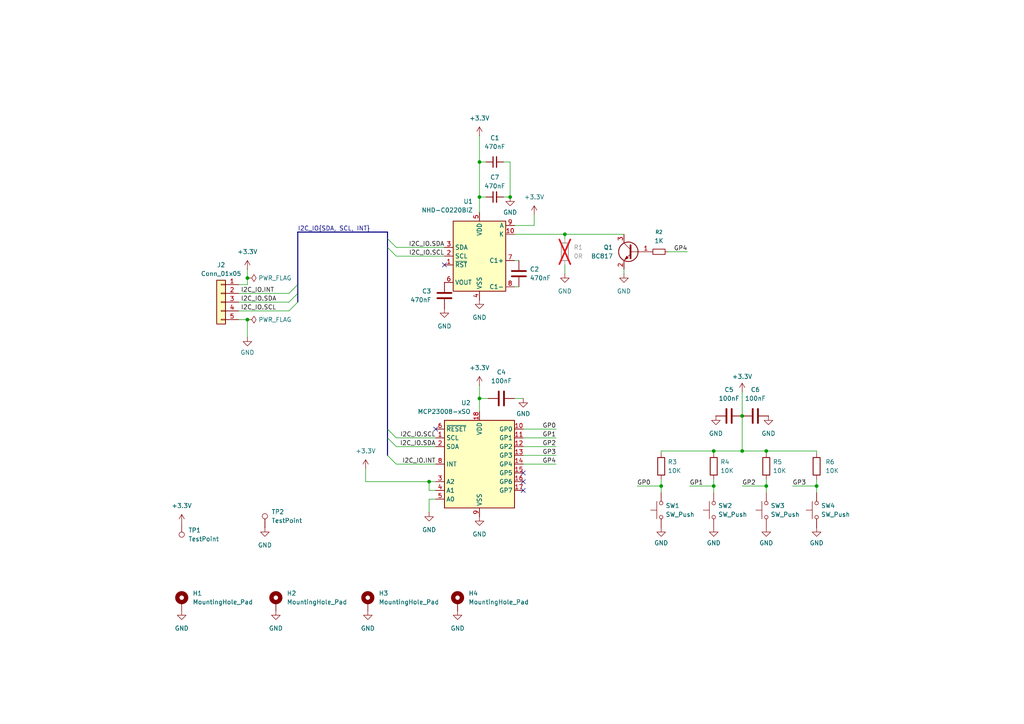
<source format=kicad_sch>
(kicad_sch (version 20250114) (generator "eeschema") (generator_version "9.0")
  (paper "A4")
  (title_block (title "Front panel") (date "2026-01-10") (rev "1.0"))
  (lib_symbols
    (symbol "Connector:TestPoint" (pin_numbers (hide yes)) (pin_names (offset 0.762) (hide yes))
      (property "Reference" "TP" (at 0 6.858 0))
      (property "Value" "TestPoint" (at 0 5.08 0))
      (symbol "TestPoint_0_1"
        (circle (center 0 3.302) (radius 0.762))
      )
      (symbol "TestPoint_1_1"
        (pin passive line (at 0 0 90) (length 2.54) (name "1") (number "1"))
      )
    )
    (symbol "Connector_Generic:Conn_01x05" (pin_names (offset 1.016) (hide yes))
      (property "Reference" "J" (at 0 7.62 0))
      (property "Value" "Conn_01x05" (at 0 -7.62 0))
      (symbol "Conn_01x05_1_1"
        (rectangle (start -1.27 6.35) (end 1.27 -6.35) (stroke (width 0.254)) (fill (type background)))
        (rectangle (start -1.27 5.207) (end 0 4.953) (stroke (width 0.1524)))
        (rectangle (start -1.27 2.667) (end 0 2.413) (stroke (width 0.1524)))
        (rectangle (start -1.27 0.127) (end 0 -0.127) (stroke (width 0.1524)))
        (rectangle (start -1.27 -2.413) (end 0 -2.667) (stroke (width 0.1524)))
        (rectangle (start -1.27 -4.953) (end 0 -5.207) (stroke (width 0.1524)))
        (pin passive line (at -5.08 5.08 0) (length 3.81) (name "Pin_1") (number "1"))
        (pin passive line (at -5.08 2.54 0) (length 3.81) (name "Pin_2") (number "2"))
        (pin passive line (at -5.08 0 0) (length 3.81) (name "Pin_3") (number "3"))
        (pin passive line (at -5.08 -2.54 0) (length 3.81) (name "Pin_4") (number "4"))
        (pin passive line (at -5.08 -5.08 0) (length 3.81) (name "Pin_5") (number "5"))
      )
    )
    (symbol "Device:C" (pin_numbers (hide yes)) (pin_names (offset 0.254))
      (property "Reference" "C" (at 0.635 2.54 0))
      (property "Value" "C" (at 0.635 -2.54 0))
      (symbol "C_0_1"
        (polyline (pts (xy -2.032 0.762) (xy 2.032 0.762)) (stroke (width 0.508)))
        (polyline (pts (xy -2.032 -0.762) (xy 2.032 -0.762)) (stroke (width 0.508)))
      )
      (symbol "C_1_1"
        (pin passive line (at 0 3.81 270) (length 2.794) (name "~") (number "1"))
        (pin passive line (at 0 -3.81 90) (length 2.794) (name "~") (number "2"))
      )
    )
    (symbol "Device:C_Small" (pin_numbers (hide yes)) (pin_names (offset 0.254) (hide yes))
      (property "Reference" "C" (at 0.254 1.778 0))
      (property "Value" "C_Small" (at 0.254 -2.032 0))
      (symbol "C_Small_0_1"
        (polyline (pts (xy -1.524 0.508) (xy 1.524 0.508)) (stroke (width 0.3048)))
        (polyline (pts (xy -1.524 -0.508) (xy 1.524 -0.508)) (stroke (width 0.3302)))
      )
      (symbol "C_Small_1_1"
        (pin passive line (at 0 2.54 270) (length 2.032) (name "~") (number "1"))
        (pin passive line (at 0 -2.54 90) (length 2.032) (name "~") (number "2"))
      )
    )
    (symbol "Device:R" (pin_numbers (hide yes)) (pin_names (offset 0))
      (property "Reference" "R" (at 2.032 0 90))
      (property "Value" "R" (at 0 0 90))
      (symbol "R_0_1"
        (rectangle (start -1.016 -2.54) (end 1.016 2.54) (stroke (width 0.254)))
      )
      (symbol "R_1_1"
        (pin passive line (at 0 3.81 270) (length 1.27) (name "~") (number "1"))
        (pin passive line (at 0 -3.81 90) (length 1.27) (name "~") (number "2"))
      )
    )
    (symbol "Device:R_Small" (pin_numbers (hide yes)) (pin_names (offset 0.254) (hide yes))
      (property "Reference" "R" (at 0 0 90))
      (property "Value" "R_Small" (at 1.778 0 90))
      (symbol "R_Small_0_1"
        (rectangle (start -0.762 1.778) (end 0.762 -1.778) (stroke (width 0.2032)))
      )
      (symbol "R_Small_1_1"
        (pin passive line (at 0 2.54 270) (length 0.762) (name "~") (number "1"))
        (pin passive line (at 0 -2.54 90) (length 0.762) (name "~") (number "2"))
      )
    )
    (symbol "Display_Character:NHD-C0220BIZ"
      (property "Reference" "U9" (at 2.1433 15.24 0))
      (property "Value" "NHD-C0220BIZ" (at 2.1433 12.7 0))
      (symbol "NHD-C0220BIZ_0_1"
        (rectangle (start -7.62 10.16) (end 7.62 -10.16) (stroke (width 0.254)) (fill (type background)))
      )
      (symbol "NHD-C0220BIZ_1_1"
        (pin bidirectional line (at -10.16 2.54 0) (length 2.54) (name "SDA") (number "3"))
        (pin input line (at -10.16 0 0) (length 2.54) (name "SCL") (number "2"))
        (pin input line (at -10.16 -2.54 0) (length 2.54) (name "~{RST}") (number "1"))
        (pin passive line (at -10.16 -7.62 0) (length 2.54) (name "VOUT") (number "6"))
        (pin power_in line (at 0 12.7 270) (length 2.54) (name "VDD") (number "5"))
        (pin power_in line (at 0 -12.7 90) (length 2.54) (name "VSS") (number "4"))
        (pin passive line (at 10.16 8.89 180) (length 2.54) (name "A") (number "9"))
        (pin passive line (at 10.16 6.35 180) (length 2.54) (name "K") (number "10"))
        (pin passive line (at 10.16 -1.27 180) (length 2.54) (name "C1+") (number "7"))
        (pin passive line (at 10.16 -8.89 180) (length 2.54) (name "C1-") (number "8"))
      )
    )
    (symbol "Interface_Expansion:MCP23008-xSO"
      (property "Reference" "U" (at -8.89 13.97 0))
      (property "Value" "MCP23008-xSO" (at 8.89 13.97 0))
      (symbol "MCP23008-xSO_0_1"
        (rectangle (start -10.16 12.7) (end 10.16 -12.7) (stroke (width 0.254)) (fill (type background)))
      )
      (symbol "MCP23008-xSO_1_1"
        (pin input line (at -12.7 10.16 0) (length 2.54) (name "~{RESET}") (number "6"))
        (pin input line (at -12.7 7.62 0) (length 2.54) (name "SCL") (number "1"))
        (pin bidirectional line (at -12.7 5.08 0) (length 2.54) (name "SDA") (number "2"))
        (pin output line (at -12.7 0 0) (length 2.54) (name "INT") (number "8"))
        (pin input line (at -12.7 -5.08 0) (length 2.54) (name "A2") (number "3"))
        (pin input line (at -12.7 -7.62 0) (length 2.54) (name "A1") (number "4"))
        (pin input line (at -12.7 -10.16 0) (length 2.54) (name "A0") (number "5"))
        (pin no_connect line (at -10.16 -2.54 0) (length 2.54) (hide yes) (name "NC") (number "7"))
        (pin power_in line (at 0 15.24 270) (length 2.54) (name "VDD") (number "18"))
        (pin power_in line (at 0 -15.24 90) (length 2.54) (name "VSS") (number "9"))
        (pin bidirectional line (at 12.7 10.16 180) (length 2.54) (name "GP0") (number "10"))
        (pin bidirectional line (at 12.7 7.62 180) (length 2.54) (name "GP1") (number "11"))
        (pin bidirectional line (at 12.7 5.08 180) (length 2.54) (name "GP2") (number "12"))
        (pin bidirectional line (at 12.7 2.54 180) (length 2.54) (name "GP3") (number "13"))
        (pin bidirectional line (at 12.7 0 180) (length 2.54) (name "GP4") (number "14"))
        (pin bidirectional line (at 12.7 -2.54 180) (length 2.54) (name "GP5") (number "15"))
        (pin bidirectional line (at 12.7 -5.08 180) (length 2.54) (name "GP6") (number "16"))
        (pin bidirectional line (at 12.7 -7.62 180) (length 2.54) (name "GP7") (number "17"))
      )
    )
    (symbol "Mechanical:MountingHole_Pad" (pin_numbers (hide yes)) (pin_names (offset 1.016) (hide yes)) (in_bom no)
      (property "Reference" "H" (at 0 6.35 0))
      (property "Value" "MountingHole_Pad" (at 0 4.445 0))
      (symbol "MountingHole_Pad_0_1"
        (circle (center 0 1.27) (radius 1.27) (stroke (width 1.27)))
      )
      (symbol "MountingHole_Pad_1_1"
        (pin input line (at 0 -2.54 90) (length 2.54) (name "1") (number "1"))
      )
    )
    (symbol "Switch:SW_Push" (pin_numbers (hide yes)) (pin_names (offset 1.016) (hide yes))
      (property "Reference" "SW" (at 1.27 2.54 0))
      (property "Value" "SW_Push" (at 0 -1.524 0))
      (symbol "SW_Push_0_1"
        (circle (center -2.032 0) (radius 0.508))
        (polyline (pts (xy 0 1.27) (xy 0 3.048)))
        (circle (center 2.032 0) (radius 0.508))
        (polyline (pts (xy 2.54 1.27) (xy -2.54 1.27)))
        (pin passive line (at -5.08 0 0) (length 2.54) (name "1") (number "1"))
        (pin passive line (at 5.08 0 180) (length 2.54) (name "2") (number "2"))
      )
    )
    (symbol "Transistor_BJT:BC817" (pin_names (offset 0) (hide yes))
      (property "Reference" "Q" (at 5.08 1.905 0))
      (property "Value" "BC817" (at 5.08 0 0))
      (symbol "BC817_0_1"
        (polyline (pts (xy -2.54 0) (xy 0.635 0)))
        (polyline (pts (xy 0.635 1.905) (xy 0.635 -1.905)) (stroke (width 0.508)))
        (circle (center 1.27 0) (radius 2.8194) (stroke (width 0.254)))
      )
      (symbol "BC817_1_1"
        (polyline (pts (xy 0.635 0.635) (xy 2.54 2.54)))
        (polyline (pts (xy 0.635 -0.635) (xy 2.54 -2.54)))
        (polyline (pts (xy 1.27 -1.778) (xy 1.778 -1.27) (xy 2.286 -2.286) (xy 1.27 -1.778)) (fill (type outline)))
        (pin input line (at -5.08 0 0) (length 2.54) (name "B") (number "1"))
        (pin passive line (at 2.54 5.08 270) (length 2.54) (name "C") (number "3"))
        (pin passive line (at 2.54 -5.08 90) (length 2.54) (name "E") (number "2"))
      )
    )
    (symbol "power:+3.3V" (power) (pin_numbers (hide yes)) (pin_names (offset 0) (hide yes))
      (property "Value" "+3.3V" (at 0 3.556 0))
      (symbol "+3.3V_0_1"
        (polyline (pts (xy -0.762 1.27) (xy 0 2.54)))
        (polyline (pts (xy 0 2.54) (xy 0.762 1.27)))
        (polyline (pts (xy 0 0) (xy 0 2.54)))
      )
      (symbol "+3.3V_1_1"
        (pin power_in line (at 0 0 90) (length 0) (name "~") (number "1"))
      )
    )
    (symbol "power:GND" (power) (pin_numbers (hide yes)) (pin_names (offset 0) (hide yes))
      (property "Value" "GND" (at 0 -3.81 0))
      (symbol "GND_0_1"
        (polyline (pts (xy 0 0) (xy 0 -1.27) (xy 1.27 -1.27) (xy 0 -2.54) (xy -1.27 -1.27) (xy 0 -1.27)))
      )
      (symbol "GND_1_1"
        (pin power_in line (at 0 0 270) (length 0) (name "~") (number "1"))
      )
    )
    (symbol "power:PWR_FLAG" (power) (pin_numbers (hide yes)) (pin_names (offset 0) (hide yes))
      (property "Value" "PWR_FLAG" (at 0 3.81 0))
      (symbol "PWR_FLAG_0_0"
        (pin power_out line (at 0 0 90) (length 0) (name "~") (number "1"))
      )
      (symbol "PWR_FLAG_0_1"
        (polyline (pts (xy 0 0) (xy 0 1.27) (xy -1.016 1.905) (xy 0 2.54) (xy 1.016 1.905) (xy 0 1.27)))
      )
    )
  )
  (junction (at 236.855 140.97))
  (junction (at 215.265 120.65))
  (junction (at 222.25 140.97))
  (junction (at 139.065 46.99))
  (junction (at 124.46 139.7))
  (junction (at 222.25 130.81))
  (junction (at 191.77 140.97))
  (junction (at 139.065 57.15))
  (junction (at 71.755 80.645))
  (junction (at 207.01 130.81))
  (junction (at 207.01 140.97))
  (junction (at 163.83 67.945))
  (junction (at 139.065 115.57))
  (junction (at 71.755 92.71))
  (junction (at 147.955 57.15))
  (junction (at 215.265 130.81))
  (no_connect (at 151.765 139.7))
  (no_connect (at 128.905 76.835))
  (no_connect (at 151.765 142.24))
  (no_connect (at 126.365 124.46))
  (no_connect (at 151.765 137.16))
  (bus_entry (at 86.36 87.63) (size -2.54 2.54))
  (bus_entry (at 112.395 69.215) (size 2.54 2.54))
  (bus_entry (at 112.395 132.08) (size 2.54 2.54))
  (bus_entry (at 86.36 85.09) (size -2.54 2.54))
  (bus_entry (at 86.36 82.55) (size -2.54 2.54))
  (bus_entry (at 112.395 71.755) (size 2.54 2.54))
  (bus_entry (at 112.395 127) (size 2.54 2.54))
  (bus_entry (at 112.395 124.46) (size 2.54 2.54))
  (bus (pts (xy 86.36 85.09) (xy 86.36 87.63)))
  (wire (pts (xy 191.77 131.445) (xy 191.77 130.81)))
  (wire (pts (xy 236.855 142.875) (xy 236.855 140.97)))
  (wire (pts (xy 124.46 139.7) (xy 124.46 142.24)))
  (wire (pts (xy 114.935 74.295) (xy 128.905 74.295)))
  (wire (pts (xy 69.215 90.17) (xy 83.82 90.17)))
  (wire (pts (xy 151.765 132.08) (xy 161.29 132.08)))
  (wire (pts (xy 126.365 142.24) (xy 124.46 142.24)))
  (wire (pts (xy 69.215 85.09) (xy 83.82 85.09)))
  (wire (pts (xy 139.065 39.37) (xy 139.065 46.99)))
  (bus (pts (xy 112.395 71.755) (xy 112.395 124.46)))
  (wire (pts (xy 229.87 140.97) (xy 236.855 140.97)))
  (wire (pts (xy 215.265 130.81) (xy 222.25 130.81)))
  (wire (pts (xy 236.855 131.445) (xy 236.855 130.81)))
  (bus (pts (xy 112.395 127) (xy 112.395 132.08)))
  (wire (pts (xy 106.045 139.7) (xy 124.46 139.7)))
  (wire (pts (xy 71.755 92.71) (xy 69.215 92.71)))
  (wire (pts (xy 163.83 67.945) (xy 149.225 67.945)))
  (wire (pts (xy 139.065 46.99) (xy 140.97 46.99)))
  (wire (pts (xy 163.83 67.945) (xy 180.975 67.945)))
  (wire (pts (xy 236.855 130.81) (xy 222.25 130.81)))
  (wire (pts (xy 146.05 46.99) (xy 147.955 46.99)))
  (wire (pts (xy 71.755 82.55) (xy 69.215 82.55)))
  (wire (pts (xy 193.675 73.025) (xy 199.39 73.025)))
  (wire (pts (xy 236.855 140.97) (xy 236.855 139.065)))
  (wire (pts (xy 200.025 140.97) (xy 207.01 140.97)))
  (bus (pts (xy 112.395 67.31) (xy 112.395 69.215)))
  (wire (pts (xy 71.755 97.79) (xy 71.755 92.71)))
  (wire (pts (xy 207.01 140.97) (xy 207.01 139.065)))
  (wire (pts (xy 139.065 115.57) (xy 139.065 119.38)))
  (bus (pts (xy 112.395 69.215) (xy 112.395 71.755)))
  (wire (pts (xy 106.045 135.89) (xy 106.045 139.7)))
  (wire (pts (xy 163.83 69.215) (xy 163.83 67.945)))
  (wire (pts (xy 151.765 129.54) (xy 161.29 129.54)))
  (wire (pts (xy 191.77 142.875) (xy 191.77 140.97)))
  (wire (pts (xy 71.755 80.645) (xy 71.755 82.55)))
  (wire (pts (xy 146.05 57.15) (xy 147.955 57.15)))
  (bus (pts (xy 86.36 67.31) (xy 112.395 67.31)))
  (wire (pts (xy 184.785 140.97) (xy 191.77 140.97)))
  (wire (pts (xy 124.46 144.78) (xy 124.46 148.59)))
  (wire (pts (xy 114.935 71.755) (xy 128.905 71.755)))
  (wire (pts (xy 71.755 78.105) (xy 71.755 80.645)))
  (wire (pts (xy 147.955 46.99) (xy 147.955 57.15)))
  (wire (pts (xy 215.265 113.665) (xy 215.265 120.65)))
  (wire (pts (xy 154.94 65.405) (xy 149.225 65.405)))
  (bus (pts (xy 112.395 124.46) (xy 112.395 127)))
  (wire (pts (xy 69.215 87.63) (xy 83.82 87.63)))
  (wire (pts (xy 114.935 134.62) (xy 126.365 134.62)))
  (wire (pts (xy 222.25 140.97) (xy 222.25 139.065)))
  (wire (pts (xy 149.225 115.57) (xy 151.765 115.57)))
  (wire (pts (xy 161.29 134.62) (xy 151.765 134.62)))
  (wire (pts (xy 139.065 57.15) (xy 140.97 57.15)))
  (wire (pts (xy 180.975 78.105) (xy 180.975 79.375)))
  (wire (pts (xy 222.25 131.445) (xy 222.25 130.81)))
  (wire (pts (xy 191.77 130.81) (xy 207.01 130.81)))
  (wire (pts (xy 139.065 57.15) (xy 139.065 61.595)))
  (wire (pts (xy 154.94 62.23) (xy 154.94 65.405)))
  (wire (pts (xy 139.065 46.99) (xy 139.065 57.15)))
  (wire (pts (xy 191.77 140.97) (xy 191.77 139.065)))
  (wire (pts (xy 124.46 139.7) (xy 126.365 139.7)))
  (wire (pts (xy 163.83 79.375) (xy 163.83 76.835)))
  (wire (pts (xy 149.225 75.565) (xy 150.495 75.565)))
  (wire (pts (xy 124.46 144.78) (xy 126.365 144.78)))
  (wire (pts (xy 151.765 124.46) (xy 161.29 124.46)))
  (wire (pts (xy 207.01 130.81) (xy 215.265 130.81)))
  (wire (pts (xy 114.935 129.54) (xy 126.365 129.54)))
  (wire (pts (xy 141.605 115.57) (xy 139.065 115.57)))
  (bus (pts (xy 86.36 67.31) (xy 86.36 82.55)))
  (bus (pts (xy 86.36 82.55) (xy 86.36 85.09)))
  (wire (pts (xy 207.01 131.445) (xy 207.01 130.81)))
  (wire (pts (xy 139.065 111.76) (xy 139.065 115.57)))
  (wire (pts (xy 222.25 142.875) (xy 222.25 140.97)))
  (wire (pts (xy 207.01 142.875) (xy 207.01 140.97)))
  (wire (pts (xy 215.265 140.97) (xy 222.25 140.97)))
  (wire (pts (xy 215.265 120.65) (xy 215.265 130.81)))
  (wire (pts (xy 151.765 127) (xy 161.29 127)))
  (wire (pts (xy 114.935 127) (xy 126.365 127)))
  (wire (pts (xy 150.495 83.185) (xy 149.225 83.185)))
  (label "I2C_IO{SDA, SCL, INT}" (at 86.36 67.31 0))
  (label "GP4" (at 161.29 134.62 180))
  (label "GP2" (at 215.265 140.97 0))
  (label "I2C_IO.SDA" (at 69.85 87.63 0))
  (label "GP3" (at 161.29 132.08 180))
  (label "GP0" (at 161.29 124.46 180))
  (label "I2C_IO.SCL" (at 128.905 74.295 180))
  (label "GP1" (at 200.025 140.97 0))
  (label "I2C_IO.INT" (at 126.365 134.62 180))
  (label "GP2" (at 161.29 129.54 180))
  (label "I2C_IO.SDA" (at 126.365 129.54 180))
  (label "I2C_IO.SCL" (at 126.365 127 180))
  (label "GP1" (at 161.29 127 180))
  (label "I2C_IO.INT" (at 69.85 85.09 0))
  (label "GP3" (at 229.87 140.97 0))
  (label "GP0" (at 184.785 140.97 0))
  (label "I2C_IO.SDA" (at 128.905 71.755 180))
  (label "GP4" (at 199.39 73.025 180))
  (label "I2C_IO.SCL" (at 69.85 90.17 0))
  (symbol (lib_id "Device:R") (at 236.855 135.255 0) (unit 1)
    (property "Reference" "R6" (at 239.395 133.9849 0) (effects (justify left)))
    (property "Value" "10K" (at 239.395 136.5249 0) (effects (justify left)))
    (property "Footprint" "Resistor_SMD:R_0805_2012Metric" (effects (hide yes)))
    (property "Description" "Resistor" (effects (hide yes)))
  )
  (symbol (lib_id "power:GND") (at 222.25 153.035 0) (unit 1)
    (property "Reference" "#PWR022" (effects (hide yes)))
    (property "Value" "GND" (at 222.25 157.48 0))
    (property "Description" "Power symbol creates a global label with name \"GND\" , ground" (effects (hide yes)))
  )
  (symbol (lib_id "power:GND") (at 207.01 153.035 0) (unit 1)
    (property "Reference" "#PWR021" (effects (hide yes)))
    (property "Value" "GND" (at 207.01 157.48 0))
    (property "Description" "Power symbol creates a global label with name \"GND\" , ground" (effects (hide yes)))
  )
  (symbol (lib_id "power:+3.3V") (at 154.94 62.23 0) (unit 1)
    (property "Reference" "#PWR02" (effects (hide yes)))
    (property "Value" "+3.3V" (at 154.94 57.15 0))
    (property "Description" "Power symbol creates a global label with name \"+3.3V\"" (effects (hide yes)))
  )
  (symbol (lib_id "power:GND") (at 52.705 177.165 0) (unit 1)
    (property "Reference" "#PWR024" (effects (hide yes)))
    (property "Value" "GND" (at 52.705 182.245 0))
    (property "Description" "Power symbol creates a global label with name \"GND\" , ground" (effects (hide yes)))
  )
  (symbol (lib_id "power:GND") (at 191.77 153.035 0) (unit 1)
    (property "Reference" "#PWR020" (effects (hide yes)))
    (property "Value" "GND" (at 191.77 157.48 0))
    (property "Description" "Power symbol creates a global label with name \"GND\" , ground" (effects (hide yes)))
  )
  (symbol (lib_id "Mechanical:MountingHole_Pad") (at 52.705 174.625 0) (unit 1) (in_bom no)
    (property "Reference" "H1" (at 55.88 172.0849 0) (effects (justify left)))
    (property "Value" "MountingHole_Pad" (at 55.88 174.6249 0) (effects (justify left)))
    (property "Footprint" "MountingHole:MountingHole_4.3mm_M4_DIN965_Pad_TopBottom" (effects (hide yes)))
    (property "Description" "Mounting Hole with connection" (effects (hide yes)))
  )
  (symbol (lib_id "power:+3.3V") (at 215.265 113.665 0) (unit 1)
    (property "Reference" "#PWR011" (effects (hide yes)))
    (property "Value" "+3.3V" (at 215.265 109.22 0))
    (property "Description" "Power symbol creates a global label with name \"+3.3V\"" (effects (hide yes)))
  )
  (symbol (lib_id "Device:C_Small") (at 143.51 57.15 90) (unit 1)
    (property "Reference" "C7" (at 143.51 51.435 90))
    (property "Value" "470nF" (at 143.51 53.975 90))
    (property "Footprint" "Capacitor_SMD:C_0805_2012Metric" (effects (hide yes)))
    (property "Description" "Unpolarized capacitor, small symbol" (effects (hide yes)))
  )
  (symbol (lib_id "Device:C") (at 128.905 85.725 0) (mirror y) (unit 1)
    (property "Reference" "C3" (at 125.095 84.4549 0) (effects (justify left)))
    (property "Value" "470nF" (at 125.095 86.9949 0) (effects (justify left)))
    (property "Footprint" "Capacitor_SMD:C_0805_2012Metric" (effects (hide yes)))
    (property "Description" "Unpolarized capacitor" (effects (hide yes)))
  )
  (symbol (lib_id "Connector:TestPoint") (at 76.835 153.035 0) (unit 1)
    (property "Reference" "TP2" (at 78.74 148.4629 0) (effects (justify left)))
    (property "Value" "TestPoint" (at 78.74 151.0029 0) (effects (justify left)))
    (property "Footprint" "TestPoint:TestPoint_Pad_D3.0mm" (effects (hide yes)))
    (property "Description" "test point" (effects (hide yes)))
  )
  (symbol (lib_id "power:+3.3V") (at 139.065 111.76 0) (unit 1)
    (property "Reference" "#PWR010" (effects (hide yes)))
    (property "Value" "+3.3V" (at 139.065 106.68 0))
    (property "Description" "Power symbol creates a global label with name \"+3.3V\"" (effects (hide yes)))
  )
  (symbol (lib_id "Device:R") (at 222.25 135.255 0) (unit 1)
    (property "Reference" "R5" (at 224.155 133.9849 0) (effects (justify left)))
    (property "Value" "10K" (at 224.155 136.5249 0) (effects (justify left)))
    (property "Footprint" "Resistor_SMD:R_0805_2012Metric" (effects (hide yes)))
    (property "Description" "Resistor" (effects (hide yes)))
  )
  (symbol (lib_id "power:GND") (at 124.46 148.59 0) (unit 1)
    (property "Reference" "#PWR016" (effects (hide yes)))
    (property "Value" "GND" (at 124.46 153.67 0))
    (property "Description" "Power symbol creates a global label with name \"GND\" , ground" (effects (hide yes)))
  )
  (symbol (lib_id "power:GND") (at 76.835 153.035 0) (unit 1)
    (property "Reference" "#PWR019" (effects (hide yes)))
    (property "Value" "GND" (at 76.835 158.115 0))
    (property "Description" "Power symbol creates a global label with name \"GND\" , ground" (effects (hide yes)))
  )
  (symbol (lib_id "power:GND") (at 163.83 79.375 0) (unit 1)
    (property "Reference" "#PWR05" (effects (hide yes)))
    (property "Value" "GND" (at 163.83 84.455 0))
    (property "Description" "Power symbol creates a global label with name \"GND\" , ground" (effects (hide yes)))
  )
  (symbol (lib_id "Mechanical:MountingHole_Pad") (at 106.68 174.625 0) (unit 1) (in_bom no)
    (property "Reference" "H3" (at 109.855 172.0849 0) (effects (justify left)))
    (property "Value" "MountingHole_Pad" (at 109.855 174.6249 0) (effects (justify left)))
    (property "Footprint" "MountingHole:MountingHole_4.3mm_M4_DIN965_Pad_TopBottom" (effects (hide yes)))
    (property "Description" "Mounting Hole with connection" (effects (hide yes)))
  )
  (symbol (lib_id "power:PWR_FLAG") (at 71.755 80.645 270) (unit 1)
    (property "Reference" "#FLG01" (effects (hide yes)))
    (property "Value" "PWR_FLAG" (at 74.93 80.6449 90) (effects (justify left)))
    (property "Description" "Special symbol for telling ERC where power comes from" (effects (hide yes)))
  )
  (symbol (lib_id "power:GND") (at 139.065 149.86 0) (unit 1)
    (property "Reference" "#PWR017" (effects (hide yes)))
    (property "Value" "GND" (at 139.065 154.94 0))
    (property "Description" "Power symbol creates a global label with name \"GND\" , ground" (effects (hide yes)))
  )
  (symbol (lib_id "power:GND") (at 128.905 89.535 0) (unit 1)
    (property "Reference" "#PWR08" (effects (hide yes)))
    (property "Value" "GND" (at 128.905 94.615 0))
    (property "Description" "Power symbol creates a global label with name \"GND\" , ground" (effects (hide yes)))
  )
  (symbol (lib_id "Transistor_BJT:BC817") (at 183.515 73.025 0) (mirror y) (unit 1)
    (property "Reference" "Q1" (at 177.8 71.7549 0) (effects (justify left)))
    (property "Value" "BC817" (at 177.8 74.2949 0) (effects (justify left)))
    (property "Footprint" "Package_TO_SOT_SMD:SOT-23" (effects (hide yes)))
    (property "Datasheet" "https://www.onsemi.com/pub/Collateral/BC818-D.pdf" (effects (hide yes)))
    (property "Description" "0.8A Ic, 45V Vce, NPN Transistor, SOT-23" (effects (hide yes)))
    (property "Sim.Device" "NPN" (effects (hide yes)))
    (property "Sim.Pins" "1=B 2=E 3=C" (effects (hide yes)))
  )
  (symbol (lib_id "power:+3.3V") (at 139.065 39.37 0) (unit 1)
    (property "Reference" "#PWR01" (effects (hide yes)))
    (property "Value" "+3.3V" (at 139.065 34.29 0))
    (property "Description" "Power symbol creates a global label with name \"+3.3V\"" (effects (hide yes)))
  )
  (symbol (lib_id "Device:C") (at 211.455 120.65 90) (unit 1)
    (property "Reference" "C5" (at 211.455 113.03 90))
    (property "Value" "100nF" (at 211.455 115.57 90))
    (property "Footprint" "Capacitor_SMD:C_0805_2012Metric" (effects (hide yes)))
    (property "Description" "Unpolarized capacitor" (effects (hide yes)))
  )
  (symbol (lib_id "Switch:SW_Push") (at 207.01 147.955 90) (unit 1)
    (property "Reference" "SW2" (at 208.28 146.6849 90) (effects (justify right)))
    (property "Value" "SW_Push" (at 208.28 149.2249 90) (effects (justify right)))
    (property "Footprint" "Button_Switch_THT:SW_PUSH-12mm_Wuerth-430476085716" (effects (hide yes)))
    (property "Description" "Push button switch, generic, two pins" (effects (hide yes)))
  )
  (symbol (lib_id "power:+3.3V") (at 71.755 78.105 0) (unit 1)
    (property "Reference" "#PWR04" (effects (hide yes)))
    (property "Value" "+3.3V" (at 71.755 73.025 0))
    (property "Description" "Power symbol creates a global label with name \"+3.3V\"" (effects (hide yes)))
  )
  (symbol (lib_id "power:GND") (at 80.01 177.165 0) (unit 1)
    (property "Reference" "#PWR025" (effects (hide yes)))
    (property "Value" "GND" (at 80.01 182.245 0))
    (property "Description" "Power symbol creates a global label with name \"GND\" , ground" (effects (hide yes)))
  )
  (symbol (lib_id "Switch:SW_Push") (at 222.25 147.955 90) (unit 1)
    (property "Reference" "SW3" (at 223.52 146.6849 90) (effects (justify right)))
    (property "Value" "SW_Push" (at 223.52 149.2249 90) (effects (justify right)))
    (property "Footprint" "Button_Switch_THT:SW_PUSH-12mm_Wuerth-430476085716" (effects (hide yes)))
    (property "Description" "Push button switch, generic, two pins" (effects (hide yes)))
  )
  (symbol (lib_id "Device:C_Small") (at 143.51 46.99 90) (unit 1)
    (property "Reference" "C1" (at 143.5163 40.005 90))
    (property "Value" "470nF" (at 143.5163 42.545 90))
    (property "Footprint" "Capacitor_SMD:C_0805_2012Metric" (effects (hide yes)))
    (property "Description" "Unpolarized capacitor, small symbol" (effects (hide yes)))
  )
  (symbol (lib_id "Device:R_Small") (at 191.135 73.025 90) (unit 1)
    (property "Reference" "R2" (at 191.135 67.31 90) (effects (font (size 1.016 1.016))))
    (property "Value" "1K" (at 191.135 69.85 90))
    (property "Footprint" "Resistor_SMD:R_0805_2012Metric" (effects (hide yes)))
    (property "Description" "Resistor, small symbol" (effects (hide yes)))
  )
  (symbol (lib_id "power:GND") (at 180.975 79.375 0) (unit 1)
    (property "Reference" "#PWR06" (effects (hide yes)))
    (property "Value" "GND" (at 180.975 84.455 0))
    (property "Description" "Power symbol creates a global label with name \"GND\" , ground" (effects (hide yes)))
  )
  (symbol (lib_id "Device:R") (at 191.77 135.255 0) (unit 1)
    (property "Reference" "R3" (at 193.675 133.9849 0) (effects (justify left)))
    (property "Value" "10K" (at 193.675 136.5249 0) (effects (justify left)))
    (property "Footprint" "Resistor_SMD:R_0805_2012Metric" (effects (hide yes)))
    (property "Description" "Resistor" (effects (hide yes)))
  )
  (symbol (lib_id "Interface_Expansion:MCP23008-xSO") (at 139.065 134.62 0) (unit 1)
    (property "Reference" "U2" (at 136.525 116.84 0) (effects (justify right)))
    (property "Value" "MCP23008-xSO" (at 136.525 119.38 0) (effects (justify right)))
    (property "Footprint" "Package_SO:SOIC-18W_7.5x11.6mm_P1.27mm" (effects (hide yes)))
    (property "Datasheet" "http://ww1.microchip.com/downloads/en/DeviceDoc/MCP23008-MCP23S08-Data-Sheet-20001919F.pdf" (effects (hide yes)))
    (property "Description" "8-bit I/O expander, I2C, interrupts, SOIC-18" (effects (hide yes)))
  )
  (symbol (lib_id "Switch:SW_Push") (at 236.855 147.955 90) (unit 1)
    (property "Reference" "SW4" (at 238.125 146.6849 90) (effects (justify right)))
    (property "Value" "SW_Push" (at 238.125 149.2249 90) (effects (justify right)))
    (property "Footprint" "Button_Switch_THT:SW_PUSH-12mm_Wuerth-430476085716" (effects (hide yes)))
    (property "Description" "Push button switch, generic, two pins" (effects (hide yes)))
  )
  (symbol (lib_id "Mechanical:MountingHole_Pad") (at 80.01 174.625 0) (unit 1) (in_bom no)
    (property "Reference" "H2" (at 83.185 172.0849 0) (effects (justify left)))
    (property "Value" "MountingHole_Pad" (at 83.185 174.6249 0) (effects (justify left)))
    (property "Footprint" "MountingHole:MountingHole_4.3mm_M4_DIN965_Pad_TopBottom" (effects (hide yes)))
    (property "Description" "Mounting Hole with connection" (effects (hide yes)))
  )
  (symbol (lib_id "Device:R") (at 163.83 73.025 0) (unit 1) (dnp yes)
    (property "Reference" "R1" (at 166.37 71.7549 0) (effects (justify left)))
    (property "Value" "0R" (at 166.37 74.2949 0) (effects (justify left)))
    (property "Footprint" "Resistor_SMD:R_0805_2012Metric" (effects (hide yes)))
    (property "Description" "Resistor" (effects (hide yes)))
  )
  (symbol (lib_id "Device:R") (at 207.01 135.255 0) (unit 1)
    (property "Reference" "R4" (at 208.915 133.9849 0) (effects (justify left)))
    (property "Value" "10K" (at 208.915 136.5249 0) (effects (justify left)))
    (property "Footprint" "Resistor_SMD:R_0805_2012Metric" (effects (hide yes)))
    (property "Description" "Resistor" (effects (hide yes)))
  )
  (symbol (lib_id "Device:C") (at 145.415 115.57 90) (unit 1)
    (property "Reference" "C4" (at 145.415 107.95 90))
    (property "Value" "100nF" (at 145.415 110.49 90))
    (property "Footprint" "Capacitor_SMD:C_0805_2012Metric" (effects (hide yes)))
    (property "Description" "Unpolarized capacitor" (effects (hide yes)))
  )
  (symbol (lib_id "power:GND") (at 71.755 97.79 0) (unit 1)
    (property "Reference" "#PWR09" (effects (hide yes)))
    (property "Value" "GND" (at 71.755 102.235 0))
    (property "Description" "Power symbol creates a global label with name \"GND\" , ground" (effects (hide yes)))
  )
  (symbol (lib_id "power:GND") (at 222.885 120.65 0) (unit 1)
    (property "Reference" "#PWR014" (effects (hide yes)))
    (property "Value" "GND" (at 222.885 125.73 0))
    (property "Description" "Power symbol creates a global label with name \"GND\" , ground" (effects (hide yes)))
  )
  (symbol (lib_id "power:GND") (at 151.765 115.57 0) (unit 1)
    (property "Reference" "#PWR012" (effects (hide yes)))
    (property "Value" "GND" (at 151.765 120.015 0))
    (property "Description" "Power symbol creates a global label with name \"GND\" , ground" (effects (hide yes)))
  )
  (symbol (lib_id "power:GND") (at 132.715 177.165 0) (unit 1)
    (property "Reference" "#PWR027" (effects (hide yes)))
    (property "Value" "GND" (at 132.715 182.245 0))
    (property "Description" "Power symbol creates a global label with name \"GND\" , ground" (effects (hide yes)))
  )
  (symbol (lib_id "Connector_Generic:Conn_01x05") (at 64.135 87.63 0) (mirror y) (unit 1)
    (property "Reference" "J2" (at 64.135 76.835 0))
    (property "Value" "Conn_01x05" (at 64.135 79.375 0))
    (property "Footprint" "Connector_PinSocket_2.54mm:PinSocket_1x05_P2.54mm_Vertical" (effects (hide yes)))
    (property "Description" "Generic connector, single row, 01x05, script generated (kicad-library-utils/schlib/autogen/connector/)" (effects (hide yes)))
  )
  (symbol (lib_id "power:+3.3V") (at 52.705 151.765 0) (unit 1)
    (property "Reference" "#PWR018" (effects (hide yes)))
    (property "Value" "+3.3V" (at 52.705 146.685 0))
    (property "Description" "Power symbol creates a global label with name \"+3.3V\"" (effects (hide yes)))
  )
  (symbol (lib_id "power:GND") (at 236.855 153.035 0) (unit 1)
    (property "Reference" "#PWR023" (effects (hide yes)))
    (property "Value" "GND" (at 236.855 157.48 0))
    (property "Description" "Power symbol creates a global label with name \"GND\" , ground" (effects (hide yes)))
  )
  (symbol (lib_id "Device:C") (at 219.075 120.65 90) (unit 1)
    (property "Reference" "C6" (at 219.075 113.03 90))
    (property "Value" "100nF" (at 219.075 115.57 90))
    (property "Footprint" "Capacitor_SMD:C_0805_2012Metric" (effects (hide yes)))
    (property "Description" "Unpolarized capacitor" (effects (hide yes)))
  )
  (symbol (lib_id "power:GND") (at 106.68 177.165 0) (unit 1)
    (property "Reference" "#PWR026" (effects (hide yes)))
    (property "Value" "GND" (at 106.68 182.245 0))
    (property "Description" "Power symbol creates a global label with name \"GND\" , ground" (effects (hide yes)))
  )
  (symbol (lib_id "power:+3.3V") (at 106.045 135.89 0) (unit 1)
    (property "Reference" "#PWR015" (effects (hide yes)))
    (property "Value" "+3.3V" (at 106.045 130.81 0))
    (property "Description" "Power symbol creates a global label with name \"+3.3V\"" (effects (hide yes)))
  )
  (symbol (lib_id "power:GND") (at 139.065 86.995 0) (unit 1)
    (property "Reference" "#PWR07" (effects (hide yes)))
    (property "Value" "GND" (at 139.065 92.075 0))
    (property "Description" "Power symbol creates a global label with name \"GND\" , ground" (effects (hide yes)))
  )
  (symbol (lib_id "power:PWR_FLAG") (at 71.755 92.71 270) (unit 1)
    (property "Reference" "#FLG02" (effects (hide yes)))
    (property "Value" "PWR_FLAG" (at 74.93 92.7099 90) (effects (justify left)))
    (property "Description" "Special symbol for telling ERC where power comes from" (effects (hide yes)))
  )
  (symbol (lib_id "Device:C") (at 150.495 79.375 0) (unit 1)
    (property "Reference" "C2" (at 153.67 78.1049 0) (effects (justify left)))
    (property "Value" "470nF" (at 153.67 80.6449 0) (effects (justify left)))
    (property "Footprint" "Capacitor_SMD:C_0805_2012Metric" (effects (hide yes)))
    (property "Description" "Unpolarized capacitor" (effects (hide yes)))
  )
  (symbol (lib_id "Connector:TestPoint") (at 52.705 151.765 180) (unit 1)
    (property "Reference" "TP1" (at 54.61 153.7969 0) (effects (justify right)))
    (property "Value" "TestPoint" (at 54.61 156.3369 0) (effects (justify right)))
    (property "Footprint" "TestPoint:TestPoint_Pad_D3.0mm" (effects (hide yes)))
    (property "Description" "test point" (effects (hide yes)))
  )
  (symbol (lib_id "Mechanical:MountingHole_Pad") (at 132.715 174.625 0) (unit 1) (in_bom no)
    (property "Reference" "H4" (at 135.89 172.0849 0) (effects (justify left)))
    (property "Value" "MountingHole_Pad" (at 135.89 174.6249 0) (effects (justify left)))
    (property "Footprint" "MountingHole:MountingHole_4.3mm_M4_DIN965_Pad_TopBottom" (effects (hide yes)))
    (property "Description" "Mounting Hole with connection" (effects (hide yes)))
  )
  (symbol (lib_id "power:GND") (at 147.955 57.15 0) (unit 1)
    (property "Reference" "#PWR028" (effects (hide yes)))
    (property "Value" "GND" (at 147.955 61.595 0))
    (property "Description" "Power symbol creates a global label with name \"GND\" , ground" (effects (hide yes)))
  )
  (symbol (lib_id "Switch:SW_Push") (at 191.77 147.955 90) (unit 1)
    (property "Reference" "SW1" (at 193.04 146.6849 90) (effects (justify right)))
    (property "Value" "SW_Push" (at 193.04 149.2249 90) (effects (justify right)))
    (property "Footprint" "Button_Switch_THT:SW_PUSH-12mm_Wuerth-430476085716" (effects (hide yes)))
    (property "Description" "Push button switch, generic, two pins" (effects (hide yes)))
  )
  (symbol (lib_id "power:GND") (at 207.645 120.65 0) (unit 1)
    (property "Reference" "#PWR013" (effects (hide yes)))
    (property "Value" "GND" (at 207.645 125.73 0))
    (property "Description" "Power symbol creates a global label with name \"GND\" , ground" (effects (hide yes)))
  )
  (symbol (lib_id "Display_Character:NHD-C0220BIZ") (at 139.065 74.295 0) (unit 1)
    (property "Reference" "U1" (at 137.16 58.42 0) (effects (justify right)))
    (property "Value" "NHD-C0220BIZ" (at 137.16 60.96 0) (effects (justify right)))
    (property "Footprint" "Display:NHD-C0220BiZ" (effects (hide yes)))
    (property "Datasheet" "http://www.newhavendisplay.com/specs/NHD-C0220BiZ-FSW-FBW-3V3M.pdf" (effects (hide yes)))
    (property "Description" "LCD 20x2 Alphanumeric 10pin Blue/White/Green Backlight, i2c, 3.3V VDD" (effects (hide yes)))
  )
)
</source>
